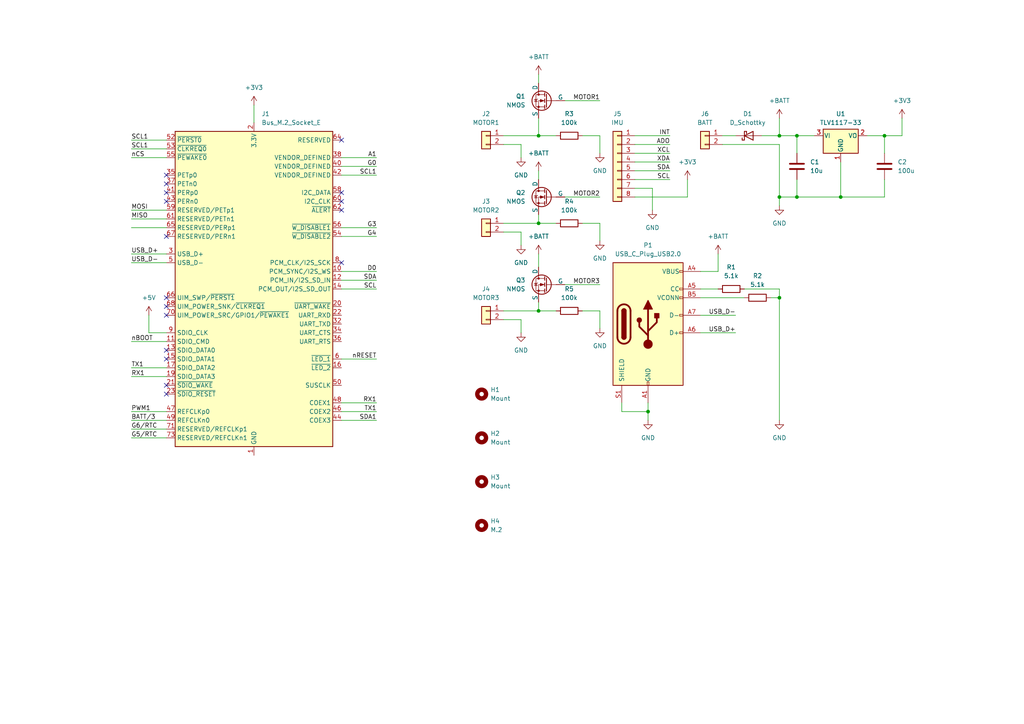
<source format=kicad_sch>
(kicad_sch (version 20230121) (generator eeschema)
  (paper "A4")
  (lib_symbols
    (symbol "Connector:Bus_M.2_Socket_E"
      (property "Reference" "J" (at -22.86 46.99 0))
      (property "Value" "Bus_M.2_Socket_E" (at 16.51 46.99 0))
      (symbol "Bus_M.2_Socket_E_0_1"
        (rectangle (start -22.86 45.72) (end 22.86 -45.72) (stroke (width 0.254)) (fill (type background)))
      )
      (symbol "Bus_M.2_Socket_E_1_1"
        (pin power_in line (at 0 -48.26 90) (length 2.54) (name "GND") (number "1"))
        (pin bidirectional line (at 25.4 5.08 180) (length 2.54) (name "PCM_SYNC/I2S_WS") (number "10"))
        (pin bidirectional line (at -25.4 -15.24 0) (length 2.54) (name "SDIO_CMD") (number "11"))
        (pin input line (at 25.4 2.54 180) (length 2.54) (name "PCM_IN/I2S_SD_IN") (number "12"))
        (pin bidirectional line (at -25.4 -17.78 0) (length 2.54) (name "SDIO_DATA0") (number "13"))
        (pin output line (at 25.4 0 180) (length 2.54) (name "PCM_OUT/I2S_SD_OUT") (number "14"))
        (pin bidirectional line (at -25.4 -20.32 0) (length 2.54) (name "SDIO_DATA1") (number "15"))
        (pin open_collector line (at 25.4 -22.86 180) (length 2.54) (name "~{LED_2}") (number "16"))
        (pin bidirectional line (at -25.4 -22.86 0) (length 2.54) (name "SDIO_DATA2") (number "17"))
        (pin passive line (at 0 -48.26 90) (length 2.54) hide (name "GND") (number "18"))
        (pin bidirectional line (at -25.4 -25.4 0) (length 2.54) (name "SDIO_DATA3") (number "19"))
        (pin power_in line (at 0 48.26 270) (length 2.54) (name "3.3V") (number "2"))
        (pin input line (at 25.4 -5.08 180) (length 2.54) (name "~{UART_WAKE}") (number "20"))
        (pin input line (at -25.4 -27.94 0) (length 2.54) (name "~{SDIO_WAKE}") (number "21"))
        (pin input line (at 25.4 -7.62 180) (length 2.54) (name "UART_RXD") (number "22"))
        (pin output line (at -25.4 -30.48 0) (length 2.54) (name "~{SDIO_RESET}") (number "23"))
        (pin bidirectional line (at -25.4 10.16 0) (length 2.54) (name "USB_D+") (number "3"))
        (pin output line (at 25.4 -10.16 180) (length 2.54) (name "UART_TXD") (number "32"))
        (pin passive line (at 0 -48.26 90) (length 2.54) hide (name "GND") (number "33"))
        (pin input line (at 25.4 -12.7 180) (length 2.54) (name "UART_CTS") (number "34"))
        (pin output line (at -25.4 33.02 0) (length 2.54) (name "PETp0") (number "35"))
        (pin output line (at 25.4 -15.24 180) (length 2.54) (name "UART_RTS") (number "36"))
        (pin output line (at -25.4 30.48 0) (length 2.54) (name "PETn0") (number "37"))
        (pin passive line (at 25.4 38.1 180) (length 2.54) (name "VENDOR_DEFINED") (number "38"))
        (pin passive line (at 0 -48.26 90) (length 2.54) hide (name "GND") (number "39"))
        (pin passive line (at 0 48.26 270) (length 2.54) hide (name "3.3V") (number "4"))
        (pin passive line (at 25.4 35.56 180) (length 2.54) (name "VENDOR_DEFINED") (number "40"))
        (pin input line (at -25.4 27.94 0) (length 2.54) (name "PERp0") (number "41"))
        (pin passive line (at 25.4 33.02 180) (length 2.54) (name "VENDOR_DEFINED") (number "42"))
        (pin input line (at -25.4 25.4 0) (length 2.54) (name "PERn0") (number "43"))
        (pin bidirectional line (at 25.4 -38.1 180) (length 2.54) (name "COEX3") (number "44"))
        (pin passive line (at 0 -48.26 90) (length 2.54) hide (name "GND") (number "45"))
        (pin bidirectional line (at 25.4 -35.56 180) (length 2.54) (name "COEX2") (number "46"))
        (pin output line (at -25.4 -35.56 0) (length 2.54) (name "REFCLKp0") (number "47"))
        (pin bidirectional line (at 25.4 -33.02 180) (length 2.54) (name "COEX1") (number "48"))
        (pin output line (at -25.4 -38.1 0) (length 2.54) (name "REFCLKn0") (number "49"))
        (pin bidirectional line (at -25.4 7.62 0) (length 2.54) (name "USB_D-") (number "5"))
        (pin output line (at 25.4 -27.94 180) (length 2.54) (name "SUSCLK") (number "50"))
        (pin passive line (at 0 -48.26 90) (length 2.54) hide (name "GND") (number "51"))
        (pin output line (at -25.4 43.18 0) (length 2.54) (name "~{PERST0}") (number "52"))
        (pin bidirectional line (at -25.4 40.64 0) (length 2.54) (name "~{CLKREQ0}") (number "53"))
        (pin output line (at 25.4 15.24 180) (length 2.54) (name "~{W_DISABLE2}") (number "54"))
        (pin bidirectional line (at -25.4 38.1 0) (length 2.54) (name "~{PEWAKE0}") (number "55"))
        (pin output line (at 25.4 17.78 180) (length 2.54) (name "~{W_DISABLE1}") (number "56"))
        (pin passive line (at 0 -48.26 90) (length 2.54) hide (name "GND") (number "57"))
        (pin bidirectional line (at 25.4 27.94 180) (length 2.54) (name "I2C_DATA") (number "58"))
        (pin output line (at -25.4 22.86 0) (length 2.54) (name "RESERVED/PETp1") (number "59"))
        (pin open_collector line (at 25.4 -20.32 180) (length 2.54) (name "~{LED_1}") (number "6"))
        (pin output line (at 25.4 25.4 180) (length 2.54) (name "I2C_CLK") (number "60"))
        (pin output line (at -25.4 20.32 0) (length 2.54) (name "RESERVED/PETn1") (number "61"))
        (pin input line (at 25.4 22.86 180) (length 2.54) (name "~{ALERT}") (number "62"))
        (pin passive line (at 0 -48.26 90) (length 2.54) hide (name "GND") (number "63"))
        (pin passive line (at 25.4 43.18 180) (length 2.54) (name "RESERVED") (number "64"))
        (pin input line (at -25.4 17.78 0) (length 2.54) (name "RESERVED/PERp1") (number "65"))
        (pin output line (at -25.4 -2.54 0) (length 2.54) (name "UIM_SWP/~{PERST1}") (number "66"))
        (pin input line (at -25.4 15.24 0) (length 2.54) (name "RESERVED/PERn1") (number "67"))
        (pin bidirectional line (at -25.4 -5.08 0) (length 2.54) (name "UIM_POWER_SNK/~{CLKREQ1}") (number "68"))
        (pin passive line (at 0 -48.26 90) (length 2.54) hide (name "GND") (number "69"))
        (pin passive line (at 0 -48.26 90) (length 2.54) hide (name "GND") (number "7"))
        (pin bidirectional line (at -25.4 -7.62 0) (length 2.54) (name "UIM_POWER_SRC/GPIO1/~{PEWAKE1}") (number "70"))
        (pin output line (at -25.4 -40.64 0) (length 2.54) (name "RESERVED/REFCLKp1") (number "71"))
        (pin passive line (at 0 48.26 270) (length 2.54) hide (name "3.3V") (number "72"))
        (pin output line (at -25.4 -43.18 0) (length 2.54) (name "RESERVED/REFCLKn1") (number "73"))
        (pin passive line (at 0 48.26 270) (length 2.54) hide (name "3.3V") (number "74"))
        (pin passive line (at 0 -48.26 90) (length 2.54) hide (name "GND") (number "75"))
        (pin bidirectional line (at 25.4 7.62 180) (length 2.54) (name "PCM_CLK/I2S_SCK") (number "8"))
        (pin output line (at -25.4 -12.7 0) (length 2.54) (name "SDIO_CLK") (number "9"))
      )
    )
    (symbol "Connector:USB_C_Plug_USB2.0" (pin_names (offset 1.016))
      (property "Reference" "P" (at -10.16 19.05 0))
      (property "Value" "USB_C_Plug_USB2.0" (at 12.7 19.05 0))
      (symbol "USB_C_Plug_USB2.0_0_0"
        (rectangle (start -0.254 -17.78) (end 0.254 -16.764))
        (rectangle (start 10.16 -2.286) (end 9.144 -2.794))
        (rectangle (start 10.16 2.794) (end 9.144 2.286))
        (rectangle (start 10.16 7.874) (end 9.144 7.366))
        (rectangle (start 10.16 10.414) (end 9.144 9.906))
        (rectangle (start 10.16 15.494) (end 9.144 14.986))
      )
      (symbol "USB_C_Plug_USB2.0_0_1"
        (rectangle (start -10.16 17.78) (end 10.16 -17.78) (stroke (width 0.254)) (fill (type background)))
        (arc (start -8.89 -3.81) (mid -6.985 -5.7067) (end -5.08 -3.81) (stroke (width 0.508)))
        (arc (start -7.62 -3.81) (mid -6.985 -4.4423) (end -6.35 -3.81) (stroke (width 0.254)))
        (arc (start -7.62 -3.81) (mid -6.985 -4.4423) (end -6.35 -3.81) (stroke (width 0.254)) (fill (type outline)))
        (rectangle (start -7.62 -3.81) (end -6.35 3.81) (stroke (width 0.254)) (fill (type outline)))
        (arc (start -6.35 3.81) (mid -6.985 4.4423) (end -7.62 3.81) (stroke (width 0.254)))
        (arc (start -6.35 3.81) (mid -6.985 4.4423) (end -7.62 3.81) (stroke (width 0.254)) (fill (type outline)))
        (arc (start -5.08 3.81) (mid -6.985 5.7067) (end -8.89 3.81) (stroke (width 0.508)))
        (circle (center -2.54 1.143) (radius 0.635) (stroke (width 0.254)) (fill (type outline)))
        (circle (center 0 -5.842) (radius 1.27) (fill (type outline)))
        (polyline (pts (xy -8.89 -3.81) (xy -8.89 3.81)) (stroke (width 0.508)))
        (polyline (pts (xy -5.08 3.81) (xy -5.08 -3.81)) (stroke (width 0.508)))
        (polyline (pts (xy 0 -5.842) (xy 0 4.318)) (stroke (width 0.508)))
        (polyline (pts (xy 0 -3.302) (xy -2.54 -0.762) (xy -2.54 0.508)) (stroke (width 0.508)))
        (polyline (pts (xy 0 -2.032) (xy 2.54 0.508) (xy 2.54 1.778)) (stroke (width 0.508)))
        (polyline (pts (xy -1.27 4.318) (xy 0 6.858) (xy 1.27 4.318) (xy -1.27 4.318)) (stroke (width 0.254)) (fill (type outline)))
        (rectangle (start 1.905 1.778) (end 3.175 3.048) (stroke (width 0.254)) (fill (type outline)))
      )
      (symbol "USB_C_Plug_USB2.0_1_1"
        (pin passive line (at 0 -22.86 90) (length 5.08) (name "GND") (number "A1"))
        (pin passive line (at 0 -22.86 90) (length 5.08) hide (name "GND") (number "A12"))
        (pin passive line (at 15.24 15.24 180) (length 5.08) (name "VBUS") (number "A4"))
        (pin bidirectional line (at 15.24 10.16 180) (length 5.08) (name "CC") (number "A5"))
        (pin bidirectional line (at 15.24 -2.54 180) (length 5.08) (name "D+") (number "A6"))
        (pin bidirectional line (at 15.24 2.54 180) (length 5.08) (name "D-") (number "A7"))
        (pin passive line (at 15.24 15.24 180) (length 5.08) hide (name "VBUS") (number "A9"))
        (pin passive line (at 0 -22.86 90) (length 5.08) hide (name "GND") (number "B1"))
        (pin passive line (at 0 -22.86 90) (length 5.08) hide (name "GND") (number "B12"))
        (pin passive line (at 15.24 15.24 180) (length 5.08) hide (name "VBUS") (number "B4"))
        (pin bidirectional line (at 15.24 7.62 180) (length 5.08) (name "VCONN") (number "B5"))
        (pin passive line (at 15.24 15.24 180) (length 5.08) hide (name "VBUS") (number "B9"))
        (pin passive line (at -7.62 -22.86 90) (length 5.08) (name "SHIELD") (number "S1"))
      )
    )
    (symbol "Connector_Generic:Conn_01x02" (pin_names (offset 1.016) hide)
      (property "Reference" "J" (at 0 2.54 0))
      (property "Value" "Conn_01x02" (at 0 -5.08 0))
      (symbol "Conn_01x02_1_1"
        (rectangle (start -1.27 -2.413) (end 0 -2.667) (stroke (width 0.1524)))
        (rectangle (start -1.27 0.127) (end 0 -0.127) (stroke (width 0.1524)))
        (rectangle (start -1.27 1.27) (end 1.27 -3.81) (stroke (width 0.254)) (fill (type background)))
        (pin passive line (at -5.08 0 0) (length 3.81) (name "Pin_1") (number "1"))
        (pin passive line (at -5.08 -2.54 0) (length 3.81) (name "Pin_2") (number "2"))
      )
    )
    (symbol "Connector_Generic:Conn_01x08" (pin_names (offset 1.016) hide)
      (property "Reference" "J" (at 0 10.16 0))
      (property "Value" "Conn_01x08" (at 0 -12.7 0))
      (symbol "Conn_01x08_1_1"
        (rectangle (start -1.27 -10.033) (end 0 -10.287) (stroke (width 0.1524)))
        (rectangle (start -1.27 -7.493) (end 0 -7.747) (stroke (width 0.1524)))
        (rectangle (start -1.27 -4.953) (end 0 -5.207) (stroke (width 0.1524)))
        (rectangle (start -1.27 -2.413) (end 0 -2.667) (stroke (width 0.1524)))
        (rectangle (start -1.27 0.127) (end 0 -0.127) (stroke (width 0.1524)))
        (rectangle (start -1.27 2.667) (end 0 2.413) (stroke (width 0.1524)))
        (rectangle (start -1.27 5.207) (end 0 4.953) (stroke (width 0.1524)))
        (rectangle (start -1.27 7.747) (end 0 7.493) (stroke (width 0.1524)))
        (rectangle (start -1.27 8.89) (end 1.27 -11.43) (stroke (width 0.254)) (fill (type background)))
        (pin passive line (at -5.08 7.62 0) (length 3.81) (name "Pin_1") (number "1"))
        (pin passive line (at -5.08 5.08 0) (length 3.81) (name "Pin_2") (number "2"))
        (pin passive line (at -5.08 2.54 0) (length 3.81) (name "Pin_3") (number "3"))
        (pin passive line (at -5.08 0 0) (length 3.81) (name "Pin_4") (number "4"))
        (pin passive line (at -5.08 -2.54 0) (length 3.81) (name "Pin_5") (number "5"))
        (pin passive line (at -5.08 -5.08 0) (length 3.81) (name "Pin_6") (number "6"))
        (pin passive line (at -5.08 -7.62 0) (length 3.81) (name "Pin_7") (number "7"))
        (pin passive line (at -5.08 -10.16 0) (length 3.81) (name "Pin_8") (number "8"))
      )
    )
    (symbol "Device:C" (pin_numbers hide) (pin_names (offset 0.254))
      (property "Reference" "C" (at 0.635 2.54 0))
      (property "Value" "C" (at 0.635 -2.54 0))
      (symbol "C_0_1"
        (polyline (pts (xy -2.032 -0.762) (xy 2.032 -0.762)) (stroke (width 0.508)))
        (polyline (pts (xy -2.032 0.762) (xy 2.032 0.762)) (stroke (width 0.508)))
      )
      (symbol "C_1_1"
        (pin passive line (at 0 3.81 270) (length 2.794) (name "~") (number "1"))
        (pin passive line (at 0 -3.81 90) (length 2.794) (name "~") (number "2"))
      )
    )
    (symbol "Device:D_Schottky" (pin_numbers hide) (pin_names (offset 1.016) hide)
      (property "Reference" "D" (at 0 2.54 0))
      (property "Value" "D_Schottky" (at 0 -2.54 0))
      (symbol "D_Schottky_0_1"
        (polyline (pts (xy 1.27 0) (xy -1.27 0)))
        (polyline (pts (xy 1.27 1.27) (xy 1.27 -1.27) (xy -1.27 0) (xy 1.27 1.27)) (stroke (width 0.254)))
        (polyline (pts (xy -1.905 0.635) (xy -1.905 1.27) (xy -1.27 1.27) (xy -1.27 -1.27) (xy -0.635 -1.27) (xy -0.635 -0.635)) (stroke (width 0.254)))
      )
      (symbol "D_Schottky_1_1"
        (pin passive line (at -3.81 0 0) (length 2.54) (name "K") (number "1"))
        (pin passive line (at 3.81 0 180) (length 2.54) (name "A") (number "2"))
      )
    )
    (symbol "Device:R" (pin_numbers hide) (pin_names (offset 0))
      (property "Reference" "R" (at 2.032 0 90))
      (property "Value" "R" (at 0 0 90))
      (symbol "R_0_1"
        (rectangle (start -1.016 -2.54) (end 1.016 2.54) (stroke (width 0.254)))
      )
      (symbol "R_1_1"
        (pin passive line (at 0 3.81 270) (length 1.27) (name "~") (number "1"))
        (pin passive line (at 0 -3.81 90) (length 1.27) (name "~") (number "2"))
      )
    )
    (symbol "Mechanical:MountingHole" (pin_names (offset 1.016))
      (property "Reference" "H" (at 0 5.08 0))
      (property "Value" "MountingHole" (at 0 3.175 0))
      (symbol "MountingHole_0_1"
        (circle (center 0 0) (radius 1.27) (stroke (width 1.27)))
      )
    )
    (symbol "Regulator_Linear:TLV1117-33" (pin_names (offset 0.254))
      (property "Reference" "U" (at -3.81 3.175 0))
      (property "Value" "TLV1117-33" (at 0 3.175 0))
      (symbol "TLV1117-33_0_1"
        (rectangle (start -5.08 -5.08) (end 5.08 1.905) (stroke (width 0.254)) (fill (type background)))
      )
      (symbol "TLV1117-33_1_1"
        (pin power_in line (at 0 -7.62 90) (length 2.54) (name "GND") (number "1"))
        (pin power_out line (at 7.62 0 180) (length 2.54) (name "VO") (number "2"))
        (pin power_in line (at -7.62 0 0) (length 2.54) (name "VI") (number "3"))
      )
    )
    (symbol "Simulation_SPICE:NMOS" (pin_numbers hide) (pin_names (offset 0))
      (property "Reference" "Q" (at 5.08 1.27 0))
      (property "Value" "NMOS" (at 5.08 -1.27 0))
      (symbol "NMOS_0_1"
        (polyline (pts (xy 0.254 0) (xy -2.54 0)))
        (polyline (pts (xy 0.254 1.905) (xy 0.254 -1.905)) (stroke (width 0.254)))
        (polyline (pts (xy 0.762 -1.27) (xy 0.762 -2.286)) (stroke (width 0.254)))
        (polyline (pts (xy 0.762 0.508) (xy 0.762 -0.508)) (stroke (width 0.254)))
        (polyline (pts (xy 0.762 2.286) (xy 0.762 1.27)) (stroke (width 0.254)))
        (polyline (pts (xy 2.54 2.54) (xy 2.54 1.778)))
        (polyline (pts (xy 2.54 -2.54) (xy 2.54 0) (xy 0.762 0)))
        (polyline (pts (xy 0.762 -1.778) (xy 3.302 -1.778) (xy 3.302 1.778) (xy 0.762 1.778)))
        (polyline (pts (xy 1.016 0) (xy 2.032 0.381) (xy 2.032 -0.381) (xy 1.016 0)) (fill (type outline)))
        (polyline (pts (xy 2.794 0.508) (xy 2.921 0.381) (xy 3.683 0.381) (xy 3.81 0.254)))
        (polyline (pts (xy 3.302 0.381) (xy 2.921 -0.254) (xy 3.683 -0.254) (xy 3.302 0.381)))
        (circle (center 1.651 0) (radius 2.794) (stroke (width 0.254)))
        (circle (center 2.54 -1.778) (radius 0.254) (fill (type outline)))
        (circle (center 2.54 1.778) (radius 0.254) (fill (type outline)))
      )
      (symbol "NMOS_1_1"
        (pin passive line (at 2.54 5.08 270) (length 2.54) (name "D") (number "1"))
        (pin input line (at -5.08 0 0) (length 2.54) (name "G") (number "2"))
        (pin passive line (at 2.54 -5.08 90) (length 2.54) (name "S") (number "3"))
      )
    )
    (symbol "power:+3V3" (power) (pin_names (offset 0))
      (property "Value" "+3V3" (at 0 3.556 0))
      (symbol "+3V3_0_1"
        (polyline (pts (xy -0.762 1.27) (xy 0 2.54)))
        (polyline (pts (xy 0 0) (xy 0 2.54)))
        (polyline (pts (xy 0 2.54) (xy 0.762 1.27)))
      )
      (symbol "+3V3_1_1"
        (pin power_in line (at 0 0 90) (length 0) hide (name "+3V3") (number "1"))
      )
    )
    (symbol "power:+5V" (power) (pin_names (offset 0))
      (property "Value" "+5V" (at 0 3.556 0))
      (symbol "+5V_0_1"
        (polyline (pts (xy -0.762 1.27) (xy 0 2.54)))
        (polyline (pts (xy 0 0) (xy 0 2.54)))
        (polyline (pts (xy 0 2.54) (xy 0.762 1.27)))
      )
      (symbol "+5V_1_1"
        (pin power_in line (at 0 0 90) (length 0) hide (name "+5V") (number "1"))
      )
    )
    (symbol "power:+BATT" (power) (pin_names (offset 0))
      (property "Value" "+BATT" (at 0 3.556 0))
      (symbol "+BATT_0_1"
        (polyline (pts (xy -0.762 1.27) (xy 0 2.54)))
        (polyline (pts (xy 0 0) (xy 0 2.54)))
        (polyline (pts (xy 0 2.54) (xy 0.762 1.27)))
      )
      (symbol "+BATT_1_1"
        (pin power_in line (at 0 0 90) (length 0) hide (name "+BATT") (number "1"))
      )
    )
    (symbol "power:GND" (power) (pin_names (offset 0))
      (property "Value" "GND" (at 0 -3.81 0))
      (symbol "GND_0_1"
        (polyline (pts (xy 0 0) (xy 0 -1.27) (xy 1.27 -1.27) (xy 0 -2.54) (xy -1.27 -1.27) (xy 0 -1.27)))
      )
      (symbol "GND_1_1"
        (pin power_in line (at 0 0 270) (length 0) hide (name "GND") (number "1"))
      )
    )
  )
  (junction (at 256.54 39.37))
  (junction (at 156.21 39.37))
  (junction (at 226.06 39.37))
  (junction (at 231.14 57.15))
  (junction (at 226.06 57.15))
  (junction (at 187.96 119.38))
  (junction (at 156.21 64.77))
  (junction (at 231.14 39.37))
  (junction (at 226.06 86.36))
  (junction (at 243.84 57.15))
  (junction (at 156.21 90.17))
  (no_connect (at 48.26 111.76))
  (no_connect (at 48.26 55.88))
  (no_connect (at 48.26 53.34))
  (no_connect (at 99.06 58.42))
  (no_connect (at 99.06 40.64))
  (no_connect (at 48.26 114.3))
  (no_connect (at 48.26 68.58))
  (no_connect (at 48.26 104.14))
  (no_connect (at 99.06 60.96))
  (no_connect (at 48.26 91.44))
  (no_connect (at 48.26 50.8))
  (no_connect (at 48.26 88.9))
  (no_connect (at 99.06 55.88))
  (no_connect (at 48.26 86.36))
  (no_connect (at 99.06 76.2))
  (no_connect (at 48.26 101.6))
  (no_connect (at 48.26 58.42))
  (wire (pts (xy 203.2 91.44) (xy 213.36 91.44)))
  (wire (pts (xy 203.2 96.52) (xy 213.36 96.52)))
  (wire (pts (xy 99.06 45.72) (xy 109.22 45.72)))
  (wire (pts (xy 38.1 121.92) (xy 48.26 121.92)))
  (wire (pts (xy 163.83 57.15) (xy 173.99 57.15)))
  (wire (pts (xy 156.21 64.77) (xy 161.29 64.77)))
  (wire (pts (xy 231.14 57.15) (xy 243.84 57.15)))
  (wire (pts (xy 243.84 46.99) (xy 243.84 57.15)))
  (wire (pts (xy 38.1 124.46) (xy 48.26 124.46)))
  (wire (pts (xy 48.26 96.52) (xy 43.18 96.52)))
  (wire (pts (xy 109.22 116.84) (xy 99.06 116.84)))
  (wire (pts (xy 99.06 78.74) (xy 109.22 78.74)))
  (wire (pts (xy 146.05 41.91) (xy 151.13 41.91)))
  (wire (pts (xy 156.21 73.66) (xy 156.21 77.47)))
  (wire (pts (xy 38.1 66.04) (xy 48.26 66.04)))
  (wire (pts (xy 251.46 39.37) (xy 256.54 39.37)))
  (wire (pts (xy 203.2 78.74) (xy 208.28 78.74)))
  (wire (pts (xy 226.06 39.37) (xy 231.14 39.37)))
  (wire (pts (xy 146.05 90.17) (xy 156.21 90.17)))
  (wire (pts (xy 226.06 34.29) (xy 226.06 39.37)))
  (wire (pts (xy 231.14 57.15) (xy 226.06 57.15)))
  (wire (pts (xy 43.18 91.44) (xy 43.18 96.52)))
  (wire (pts (xy 163.83 82.55) (xy 173.99 82.55)))
  (wire (pts (xy 156.21 49.53) (xy 156.21 52.07)))
  (wire (pts (xy 184.15 41.91) (xy 194.31 41.91)))
  (wire (pts (xy 256.54 39.37) (xy 261.62 39.37)))
  (wire (pts (xy 156.21 21.59) (xy 156.21 24.13)))
  (wire (pts (xy 203.2 86.36) (xy 215.9 86.36)))
  (wire (pts (xy 209.55 41.91) (xy 226.06 41.91)))
  (wire (pts (xy 99.06 83.82) (xy 109.22 83.82)))
  (wire (pts (xy 203.2 83.82) (xy 208.28 83.82)))
  (wire (pts (xy 226.06 83.82) (xy 226.06 86.36)))
  (wire (pts (xy 38.1 45.72) (xy 48.26 45.72)))
  (wire (pts (xy 173.99 64.77) (xy 173.99 69.85)))
  (wire (pts (xy 38.1 76.2) (xy 48.26 76.2)))
  (wire (pts (xy 223.52 86.36) (xy 226.06 86.36)))
  (wire (pts (xy 38.1 63.5) (xy 48.26 63.5)))
  (wire (pts (xy 187.96 116.84) (xy 187.96 119.38)))
  (wire (pts (xy 199.39 52.07) (xy 199.39 57.15)))
  (wire (pts (xy 156.21 39.37) (xy 161.29 39.37)))
  (wire (pts (xy 38.1 106.68) (xy 48.26 106.68)))
  (wire (pts (xy 38.1 109.22) (xy 48.26 109.22)))
  (wire (pts (xy 173.99 90.17) (xy 173.99 95.25)))
  (wire (pts (xy 163.83 29.21) (xy 173.99 29.21)))
  (wire (pts (xy 99.06 104.14) (xy 109.22 104.14)))
  (wire (pts (xy 156.21 90.17) (xy 161.29 90.17)))
  (wire (pts (xy 184.15 54.61) (xy 189.23 54.61)))
  (wire (pts (xy 226.06 41.91) (xy 226.06 57.15)))
  (wire (pts (xy 99.06 121.92) (xy 109.22 121.92)))
  (wire (pts (xy 156.21 87.63) (xy 156.21 90.17)))
  (wire (pts (xy 156.21 62.23) (xy 156.21 64.77)))
  (wire (pts (xy 220.98 39.37) (xy 226.06 39.37)))
  (wire (pts (xy 99.06 48.26) (xy 109.22 48.26)))
  (wire (pts (xy 261.62 34.29) (xy 261.62 39.37)))
  (wire (pts (xy 73.66 30.48) (xy 73.66 35.56)))
  (wire (pts (xy 38.1 60.96) (xy 48.26 60.96)))
  (wire (pts (xy 243.84 57.15) (xy 256.54 57.15)))
  (wire (pts (xy 38.1 119.38) (xy 48.26 119.38)))
  (wire (pts (xy 99.06 66.04) (xy 109.22 66.04)))
  (wire (pts (xy 38.1 99.06) (xy 48.26 99.06)))
  (wire (pts (xy 38.1 73.66) (xy 48.26 73.66)))
  (wire (pts (xy 38.1 40.64) (xy 48.26 40.64)))
  (wire (pts (xy 151.13 67.31) (xy 151.13 71.12)))
  (wire (pts (xy 231.14 39.37) (xy 236.22 39.37)))
  (wire (pts (xy 99.06 68.58) (xy 109.22 68.58)))
  (wire (pts (xy 146.05 39.37) (xy 156.21 39.37)))
  (wire (pts (xy 231.14 52.07) (xy 231.14 57.15)))
  (wire (pts (xy 146.05 92.71) (xy 151.13 92.71)))
  (wire (pts (xy 184.15 46.99) (xy 194.31 46.99)))
  (wire (pts (xy 226.06 57.15) (xy 226.06 59.69)))
  (wire (pts (xy 187.96 119.38) (xy 187.96 121.92)))
  (wire (pts (xy 189.23 54.61) (xy 189.23 60.96)))
  (wire (pts (xy 151.13 41.91) (xy 151.13 45.72)))
  (wire (pts (xy 215.9 83.82) (xy 226.06 83.82)))
  (wire (pts (xy 256.54 52.07) (xy 256.54 57.15)))
  (wire (pts (xy 209.55 39.37) (xy 213.36 39.37)))
  (wire (pts (xy 180.34 119.38) (xy 180.34 116.84)))
  (wire (pts (xy 226.06 86.36) (xy 226.06 121.92)))
  (wire (pts (xy 151.13 92.71) (xy 151.13 96.52)))
  (wire (pts (xy 187.96 119.38) (xy 180.34 119.38)))
  (wire (pts (xy 99.06 81.28) (xy 109.22 81.28)))
  (wire (pts (xy 168.91 90.17) (xy 173.99 90.17)))
  (wire (pts (xy 256.54 39.37) (xy 256.54 44.45)))
  (wire (pts (xy 184.15 49.53) (xy 194.31 49.53)))
  (wire (pts (xy 146.05 67.31) (xy 151.13 67.31)))
  (wire (pts (xy 208.28 73.66) (xy 208.28 78.74)))
  (wire (pts (xy 38.1 43.18) (xy 48.26 43.18)))
  (wire (pts (xy 168.91 39.37) (xy 173.99 39.37)))
  (wire (pts (xy 109.22 119.38) (xy 99.06 119.38)))
  (wire (pts (xy 173.99 39.37) (xy 173.99 44.45)))
  (wire (pts (xy 156.21 64.77) (xy 146.05 64.77)))
  (wire (pts (xy 38.1 127) (xy 48.26 127)))
  (wire (pts (xy 184.15 52.07) (xy 194.31 52.07)))
  (wire (pts (xy 184.15 57.15) (xy 199.39 57.15)))
  (wire (pts (xy 231.14 39.37) (xy 231.14 44.45)))
  (wire (pts (xy 168.91 64.77) (xy 173.99 64.77)))
  (wire (pts (xy 99.06 50.8) (xy 109.22 50.8)))
  (wire (pts (xy 184.15 39.37) (xy 194.31 39.37)))
  (wire (pts (xy 184.15 44.45) (xy 194.31 44.45)))
  (wire (pts (xy 156.21 34.29) (xy 156.21 39.37)))
  (label "MOTOR2" (at 173.99 57.15 180))
  (label "A1" (at 109.22 45.72 180))
  (label "MOTOR1" (at 173.99 29.21 180))
  (label "D0" (at 109.22 78.74 180))
  (label "G3" (at 109.22 66.04 180))
  (label "USB_D+" (at 38.1 73.66 0))
  (label "SCL" (at 194.31 52.07 180))
  (label "USB_D+" (at 213.36 96.52 180))
  (label "RX1" (at 38.1 109.22 0))
  (label "MOSI" (at 38.1 60.96 0))
  (label "MISO" (at 38.1 63.5 0))
  (label "TX1" (at 109.22 119.38 180))
  (label "G4" (at 109.22 68.58 180))
  (label "RX1" (at 109.22 116.84 180))
  (label "SCL" (at 109.22 83.82 180))
  (label "USB_D-" (at 38.1 76.2 0))
  (label "G6{slash}RTC" (at 38.1 124.46 0))
  (label "SCL1" (at 38.1 43.18 0))
  (label "nCS" (at 38.1 45.72 0))
  (label "SDA" (at 109.22 81.28 180))
  (label "G5{slash}RTC" (at 38.1 127 0))
  (label "SDA1" (at 109.22 121.92 180))
  (label "XDA" (at 194.31 46.99 180))
  (label "SCL1" (at 109.22 50.8 180))
  (label "XCL" (at 194.31 44.45 180))
  (label "BATT{slash}3" (at 38.1 121.92 0))
  (label "PWM1" (at 38.1 119.38 0))
  (label "G0" (at 109.22 48.26 180))
  (label "MOTOR3" (at 173.99 82.55 180))
  (label "SCL1" (at 38.1 40.64 0))
  (label "nBOOT" (at 38.1 99.06 0))
  (label "ADO" (at 194.31 41.91 180))
  (label "TX1" (at 38.1 106.68 0))
  (label "USB_D-" (at 213.36 91.44 180))
  (label "SDA" (at 194.31 49.53 180))
  (label "nRESET" (at 109.22 104.14 180))
  (label "INT" (at 194.31 39.37 180))
  (symbol (lib_id "Device:R") (at 165.1 90.17 90) (unit 1)
    (property "Reference" "R5" (at 165.1 83.82 90))
    (property "Value" "100k" (at 165.1 86.36 90))
    (property "Footprint" "Resistor_SMD:R_0603_1608Metric" (effects hide))
  )
  (symbol (lib_id "power:+BATT") (at 156.21 73.66 0) (unit 1)
    (property "Reference" "#PWR014" (effects hide))
    (property "Value" "+BATT" (at 156.21 68.58 0))
  )
  (symbol (lib_id "Connector:USB_C_Plug_USB2.0") (at 187.96 93.98 0) (unit 1)
    (property "Reference" "P1" (at 187.96 71.12 0))
    (property "Value" "USB_C_Plug_USB2.0" (at 187.96 73.66 0))
    (property "Footprint" "Connector_USB:USB_C_Receptacle_GCT_USB4085" (effects hide))
    (property "Datasheet" "https://www.usb.org/sites/default/files/documents/usb_type-c.zip" (effects hide))
  )
  (symbol (lib_id "power:+BATT") (at 156.21 21.59 0) (unit 1)
    (property "Reference" "#PWR016" (effects hide))
    (property "Value" "+BATT" (at 156.21 16.51 0))
  )
  (symbol (lib_id "Device:C") (at 256.54 48.26 0) (unit 1)
    (property "Reference" "C2" (at 260.35 46.99 0) (effects (justify left)))
    (property "Value" "100u" (at 260.35 49.53 0) (effects (justify left)))
    (property "Footprint" "Capacitor_SMD:C_0603_1608Metric" (effects hide))
  )
  (symbol (lib_id "power:GND") (at 173.99 69.85 0) (unit 1)
    (property "Reference" "#PWR017" (effects hide))
    (property "Value" "GND" (at 173.99 74.93 0))
  )
  (symbol (lib_id "Mechanical:MountingHole") (at 139.7 152.4 0) (unit 1)
    (property "Reference" "H4" (at 142.24 151.13 0) (effects (justify left)))
    (property "Value" "M.2" (at 142.24 153.67 0) (effects (justify left)))
    (property "Footprint" "MountingHole:MountingHole_2.2mm_M2_DIN965" (effects hide))
  )
  (symbol (lib_id "power:GND") (at 151.13 45.72 0) (unit 1)
    (property "Reference" "#PWR011" (effects hide))
    (property "Value" "GND" (at 151.13 50.8 0))
  )
  (symbol (lib_id "Mechanical:MountingHole") (at 139.7 127 0) (unit 1)
    (property "Reference" "H2" (at 142.24 125.73 0) (effects (justify left)))
    (property "Value" "Mount" (at 142.24 128.27 0) (effects (justify left)))
    (property "Footprint" "MountingHole:MountingHole_2.2mm_M2_DIN965" (effects hide))
  )
  (symbol (lib_id "power:+3V3") (at 73.66 30.48 0) (unit 1)
    (property "Reference" "#PWR01" (effects hide))
    (property "Value" "+3V3" (at 73.66 25.4 0))
  )
  (symbol (lib_id "power:+BATT") (at 156.21 49.53 0) (unit 1)
    (property "Reference" "#PWR015" (effects hide))
    (property "Value" "+BATT" (at 156.21 44.45 0))
  )
  (symbol (lib_id "power:+5V") (at 43.18 91.44 0) (unit 1)
    (property "Reference" "#PWR02" (effects hide))
    (property "Value" "+5V" (at 43.18 86.36 0))
  )
  (symbol (lib_id "power:GND") (at 151.13 96.52 0) (unit 1)
    (property "Reference" "#PWR013" (effects hide))
    (property "Value" "GND" (at 151.13 101.6 0))
  )
  (symbol (lib_id "Regulator_Linear:TLV1117-33") (at 243.84 39.37 0) (unit 1)
    (property "Reference" "U1" (at 243.84 33.02 0))
    (property "Value" "TLV1117-33" (at 243.84 35.56 0))
    (property "Footprint" "Package_TO_SOT_SMD:SOT-223-3_TabPin2" (effects hide))
    (property "Datasheet" "http://www.ti.com/lit/ds/symlink/tlv1117.pdf" (effects hide))
  )
  (symbol (lib_id "Device:C") (at 231.14 48.26 0) (unit 1)
    (property "Reference" "C1" (at 234.95 46.99 0) (effects (justify left)))
    (property "Value" "10u" (at 234.95 49.53 0) (effects (justify left)))
    (property "Footprint" "Capacitor_SMD:C_0603_1608Metric" (effects hide))
  )
  (symbol (lib_id "Mechanical:MountingHole") (at 139.7 114.3 0) (unit 1)
    (property "Reference" "H1" (at 142.24 113.03 0) (effects (justify left)))
    (property "Value" "Mount" (at 142.24 115.57 0) (effects (justify left)))
    (property "Footprint" "MountingHole:MountingHole_2.2mm_M2_DIN965" (effects hide))
  )
  (symbol (lib_id "power:GND") (at 187.96 121.92 0) (unit 1)
    (property "Reference" "#PWR08" (effects hide))
    (property "Value" "GND" (at 187.96 127 0))
  )
  (symbol (lib_id "power:GND") (at 173.99 95.25 0) (unit 1)
    (property "Reference" "#PWR018" (effects hide))
    (property "Value" "GND" (at 173.99 100.33 0))
  )
  (symbol (lib_id "Simulation_SPICE:NMOS") (at 158.75 29.21 0) (mirror y) (unit 1)
    (property "Reference" "Q1" (at 152.4 27.94 0) (effects (justify left)))
    (property "Value" "NMOS" (at 152.4 30.48 0) (effects (justify left)))
    (property "Footprint" "Package_TO_SOT_SMD:TSOT-23" (effects hide))
    (property "Datasheet" "https://ngspice.sourceforge.io/docs/ngspice-manual.pdf" (effects hide))
    (property "Sim.Device" "NMOS" (effects hide))
    (property "Sim.Type" "VDMOS" (effects hide))
    (property "Sim.Pins" "1=D 2=G 3=S" (effects hide))
  )
  (symbol (lib_id "Simulation_SPICE:NMOS") (at 158.75 57.15 0) (mirror y) (unit 1)
    (property "Reference" "Q2" (at 152.4 55.88 0) (effects (justify left)))
    (property "Value" "NMOS" (at 152.4 58.42 0) (effects (justify left)))
    (property "Footprint" "Package_TO_SOT_SMD:TSOT-23" (effects hide))
    (property "Datasheet" "https://ngspice.sourceforge.io/docs/ngspice-manual.pdf" (effects hide))
    (property "Sim.Device" "NMOS" (effects hide))
    (property "Sim.Type" "VDMOS" (effects hide))
    (property "Sim.Pins" "1=D 2=G 3=S" (effects hide))
  )
  (symbol (lib_id "power:GND") (at 226.06 59.69 0) (unit 1)
    (property "Reference" "#PWR04" (effects hide))
    (property "Value" "GND" (at 226.06 64.77 0))
  )
  (symbol (lib_id "power:+BATT") (at 226.06 34.29 0) (unit 1)
    (property "Reference" "#PWR05" (effects hide))
    (property "Value" "+BATT" (at 226.06 29.21 0))
  )
  (symbol (lib_id "Connector_Generic:Conn_01x02") (at 204.47 39.37 0) (mirror y) (unit 1)
    (property "Reference" "J6" (at 204.47 33.02 0))
    (property "Value" "BATT" (at 204.47 35.56 0))
    (property "Footprint" "Connector_PinHeader_1.27mm:PinHeader_1x02_P1.27mm_Vertical" (effects hide))
  )
  (symbol (lib_id "Connector_Generic:Conn_01x08") (at 179.07 46.99 0) (mirror y) (unit 1)
    (property "Reference" "J5" (at 179.07 33.02 0))
    (property "Value" "IMU" (at 179.07 35.56 0))
    (property "Footprint" "Connector_PinSocket_2.54mm:PinSocket_1x08_P2.54mm_Vertical" (effects hide))
  )
  (symbol (lib_id "Mechanical:MountingHole") (at 139.7 139.7 0) (unit 1)
    (property "Reference" "H3" (at 142.24 138.43 0) (effects (justify left)))
    (property "Value" "Mount" (at 142.24 140.97 0) (effects (justify left)))
    (property "Footprint" "MountingHole:MountingHole_2.2mm_M2_DIN965" (effects hide))
  )
  (symbol (lib_id "Device:R") (at 165.1 39.37 90) (unit 1)
    (property "Reference" "R3" (at 165.1 33.02 90))
    (property "Value" "100k" (at 165.1 35.56 90))
    (property "Footprint" "Resistor_SMD:R_0603_1608Metric" (effects hide))
  )
  (symbol (lib_id "Device:R") (at 165.1 64.77 90) (unit 1)
    (property "Reference" "R4" (at 165.1 58.42 90))
    (property "Value" "100k" (at 165.1 60.96 90))
    (property "Footprint" "Resistor_SMD:R_0603_1608Metric" (effects hide))
  )
  (symbol (lib_id "Connector:Bus_M.2_Socket_E") (at 73.66 83.82 0) (unit 1)
    (property "Reference" "J1" (at 75.8541 33.02 0) (effects (justify left)))
    (property "Value" "Bus_M.2_Socket_E" (at 75.8541 35.56 0) (effects (justify left)))
    (property "Footprint" "SamacSys_Parts:MDT275E03001" (effects hide))
    (property "Datasheet" "http://read.pudn.com/downloads794/doc/project/3133918/PCIe_M.2_Electromechanical_Spec_Rev1.0_Final_11012013_RS_Clean.pdf#page=150" (effects hide))
  )
  (symbol (lib_id "Connector_Generic:Conn_01x02") (at 140.97 90.17 0) (mirror y) (unit 1)
    (property "Reference" "J4" (at 140.97 83.82 0))
    (property "Value" "MOTOR3" (at 140.97 86.36 0))
    (property "Footprint" "Connector_PinHeader_1.00mm:PinHeader_1x02_P1.00mm_Vertical" (effects hide))
  )
  (symbol (lib_id "Connector_Generic:Conn_01x02") (at 140.97 64.77 0) (mirror y) (unit 1)
    (property "Reference" "J3" (at 140.97 58.42 0))
    (property "Value" "MOTOR2" (at 140.97 60.96 0))
    (property "Footprint" "Connector_PinHeader_1.00mm:PinHeader_1x02_P1.00mm_Vertical" (effects hide))
  )
  (symbol (lib_id "power:GND") (at 151.13 71.12 0) (unit 1)
    (property "Reference" "#PWR012" (effects hide))
    (property "Value" "GND" (at 151.13 76.2 0))
  )
  (symbol (lib_id "Connector_Generic:Conn_01x02") (at 140.97 39.37 0) (mirror y) (unit 1)
    (property "Reference" "J2" (at 140.97 33.02 0))
    (property "Value" "MOTOR1" (at 140.97 35.56 0))
    (property "Footprint" "Connector_PinHeader_1.00mm:PinHeader_1x02_P1.00mm_Vertical" (effects hide))
  )
  (symbol (lib_id "power:GND") (at 226.06 121.92 0) (unit 1)
    (property "Reference" "#PWR06" (effects hide))
    (property "Value" "GND" (at 226.06 127 0))
  )
  (symbol (lib_id "Simulation_SPICE:NMOS") (at 158.75 82.55 0) (mirror y) (unit 1)
    (property "Reference" "Q3" (at 152.4 81.28 0) (effects (justify left)))
    (property "Value" "NMOS" (at 152.4 83.82 0) (effects (justify left)))
    (property "Footprint" "Package_TO_SOT_SMD:TSOT-23" (effects hide))
    (property "Datasheet" "https://ngspice.sourceforge.io/docs/ngspice-manual.pdf" (effects hide))
    (property "Sim.Device" "NMOS" (effects hide))
    (property "Sim.Type" "VDMOS" (effects hide))
    (property "Sim.Pins" "1=D 2=G 3=S" (effects hide))
  )
  (symbol (lib_id "power:GND") (at 173.99 44.45 0) (unit 1)
    (property "Reference" "#PWR019" (effects hide))
    (property "Value" "GND" (at 173.99 49.53 0))
  )
  (symbol (lib_id "power:+3V3") (at 199.39 52.07 0) (unit 1)
    (property "Reference" "#PWR09" (effects hide))
    (property "Value" "+3V3" (at 199.39 46.99 0))
  )
  (symbol (lib_id "Device:R") (at 212.09 83.82 90) (unit 1)
    (property "Reference" "R1" (at 212.09 77.47 90))
    (property "Value" "5.1k" (at 212.09 80.01 90))
    (property "Footprint" "Resistor_SMD:R_0603_1608Metric" (effects hide))
  )
  (symbol (lib_id "power:+BATT") (at 208.28 73.66 0) (unit 1)
    (property "Reference" "#PWR07" (effects hide))
    (property "Value" "+BATT" (at 208.28 68.58 0))
  )
  (symbol (lib_id "Device:R") (at 219.71 86.36 90) (mirror x) (unit 1)
    (property "Reference" "R2" (at 219.71 80.01 90))
    (property "Value" "5.1k" (at 219.71 82.55 90))
    (property "Footprint" "Resistor_SMD:R_0603_1608Metric" (effects hide))
  )
  (symbol (lib_id "Device:D_Schottky") (at 217.17 39.37 0) (mirror x) (unit 1)
    (property "Reference" "D1" (at 216.8525 33.02 0))
    (property "Value" "D_Schottky" (at 216.8525 35.56 0))
    (property "Footprint" "SamacSys_Parts:PMEG2020EPK315" (effects hide))
  )
  (symbol (lib_id "power:+3V3") (at 261.62 34.29 0) (unit 1)
    (property "Reference" "#PWR03" (effects hide))
    (property "Value" "+3V3" (at 261.62 29.21 0))
  )
  (symbol (lib_id "power:GND") (at 189.23 60.96 0) (unit 1)
    (property "Reference" "#PWR010" (effects hide))
    (property "Value" "GND" (at 189.23 66.04 0))
  )
)
</source>
